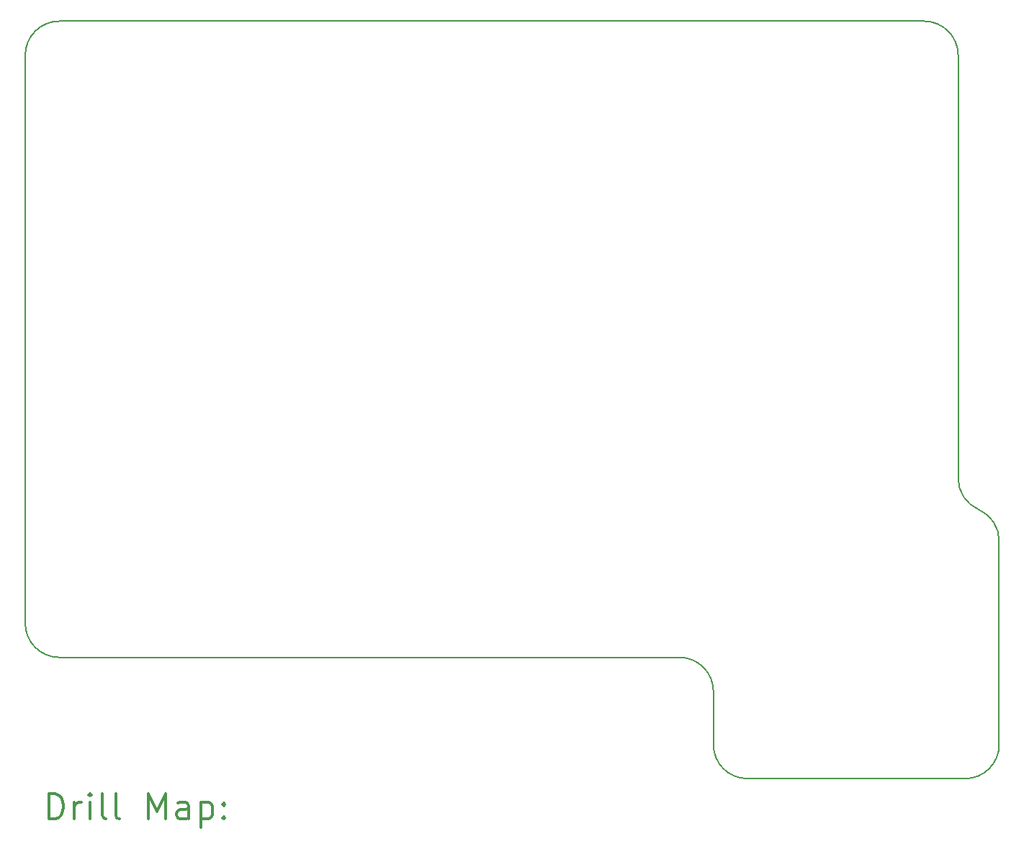
<source format=gbr>
%FSLAX45Y45*%
G04 Gerber Fmt 4.5, Leading zero omitted, Abs format (unit mm)*
G04 Created by KiCad (PCBNEW (5.1.9)-1) date 2021-01-20 21:35:34*
%MOMM*%
%LPD*%
G01*
G04 APERTURE LIST*
%TA.AperFunction,Profile*%
%ADD10C,0.200000*%
%TD*%
%ADD11C,0.200000*%
%ADD12C,0.300000*%
G04 APERTURE END LIST*
D10*
X25261495Y-10742729D02*
G75*
G02*
X25020530Y-10375704I159036J367025D01*
G01*
X21742719Y-12482290D02*
G75*
G02*
X22142719Y-12882471I0J-400000D01*
G01*
X25261495Y-10742729D02*
G75*
G02*
X25502459Y-11109757I-159036J-367025D01*
G01*
X25502443Y-13508927D02*
G75*
G02*
X25102443Y-13908924I-400000J3D01*
G01*
X22542434Y-13908924D02*
G75*
G02*
X22142435Y-13508743I0J400000D01*
G01*
X22542435Y-13908924D02*
X25102443Y-13908924D01*
X22142719Y-12882471D02*
X22142435Y-13508743D01*
X14651817Y-12482290D02*
X21742719Y-12482290D01*
X14451817Y-12482290D02*
G75*
G02*
X14051817Y-12082290I0J400000D01*
G01*
X24620530Y-4996163D02*
G75*
G02*
X25020530Y-5396163I0J-400000D01*
G01*
X14051817Y-5396163D02*
G75*
G02*
X14451817Y-4996163I400000J0D01*
G01*
X25502459Y-11109757D02*
X25502443Y-13508927D01*
X25020530Y-5396163D02*
X25020530Y-10375704D01*
X14451817Y-4996163D02*
X24620530Y-4996163D01*
X14051817Y-5396163D02*
X14051817Y-12082290D01*
X14651817Y-12482290D02*
X14451817Y-12482290D01*
D11*
D12*
X14328245Y-14384639D02*
X14328245Y-14084639D01*
X14399674Y-14084639D01*
X14442531Y-14098925D01*
X14471103Y-14127496D01*
X14485388Y-14156067D01*
X14499674Y-14213210D01*
X14499674Y-14256067D01*
X14485388Y-14313210D01*
X14471103Y-14341782D01*
X14442531Y-14370353D01*
X14399674Y-14384639D01*
X14328245Y-14384639D01*
X14628245Y-14384639D02*
X14628245Y-14184639D01*
X14628245Y-14241782D02*
X14642531Y-14213210D01*
X14656817Y-14198925D01*
X14685388Y-14184639D01*
X14713960Y-14184639D01*
X14813960Y-14384639D02*
X14813960Y-14184639D01*
X14813960Y-14084639D02*
X14799674Y-14098925D01*
X14813960Y-14113210D01*
X14828245Y-14098925D01*
X14813960Y-14084639D01*
X14813960Y-14113210D01*
X14999674Y-14384639D02*
X14971103Y-14370353D01*
X14956817Y-14341782D01*
X14956817Y-14084639D01*
X15156817Y-14384639D02*
X15128245Y-14370353D01*
X15113960Y-14341782D01*
X15113960Y-14084639D01*
X15499674Y-14384639D02*
X15499674Y-14084639D01*
X15599674Y-14298925D01*
X15699674Y-14084639D01*
X15699674Y-14384639D01*
X15971103Y-14384639D02*
X15971103Y-14227496D01*
X15956817Y-14198925D01*
X15928245Y-14184639D01*
X15871103Y-14184639D01*
X15842531Y-14198925D01*
X15971103Y-14370353D02*
X15942531Y-14384639D01*
X15871103Y-14384639D01*
X15842531Y-14370353D01*
X15828245Y-14341782D01*
X15828245Y-14313210D01*
X15842531Y-14284639D01*
X15871103Y-14270353D01*
X15942531Y-14270353D01*
X15971103Y-14256067D01*
X16113960Y-14184639D02*
X16113960Y-14484639D01*
X16113960Y-14198925D02*
X16142531Y-14184639D01*
X16199674Y-14184639D01*
X16228245Y-14198925D01*
X16242531Y-14213210D01*
X16256817Y-14241782D01*
X16256817Y-14327496D01*
X16242531Y-14356067D01*
X16228245Y-14370353D01*
X16199674Y-14384639D01*
X16142531Y-14384639D01*
X16113960Y-14370353D01*
X16385388Y-14356067D02*
X16399674Y-14370353D01*
X16385388Y-14384639D01*
X16371103Y-14370353D01*
X16385388Y-14356067D01*
X16385388Y-14384639D01*
X16385388Y-14198925D02*
X16399674Y-14213210D01*
X16385388Y-14227496D01*
X16371103Y-14213210D01*
X16385388Y-14198925D01*
X16385388Y-14227496D01*
M02*

</source>
